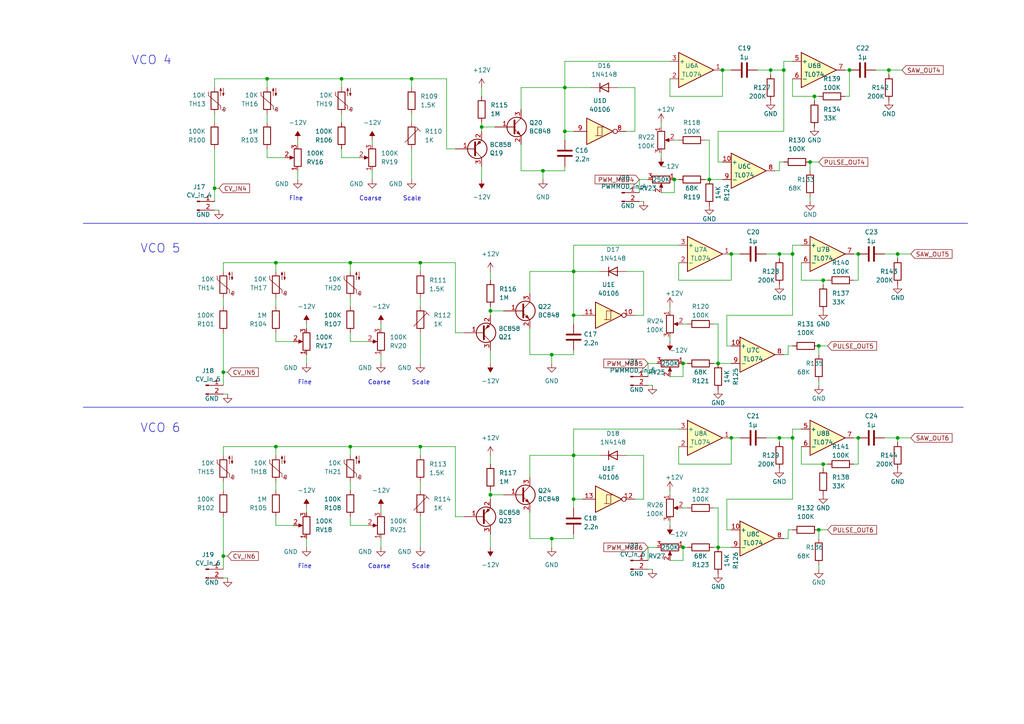
<source format=kicad_sch>
(kicad_sch (version 20231120) (generator "eeschema") (generator_version "8.0")
  (paper "A4")
  (junction (at 234.95 46.99))
  (junction (at 163.83 25.4))
  (junction (at 77.47 22.86))
  (junction (at 139.7 36.83))
  (junction (at 209.55 20.32))
  (junction (at 80.01 76.2))
  (junction (at 223.52 20.32))
  (junction (at 248.92 127))
  (junction (at 160.02 102.87))
  (junction (at 238.76 81.28))
  (junction (at 257.81 20.32))
  (junction (at 163.83 38.1))
  (junction (at 198.12 158.75))
  (junction (at 226.06 127))
  (junction (at 212.09 73.66))
  (junction (at 119.38 22.86))
  (junction (at 166.37 91.44))
  (junction (at 99.06 22.86))
  (junction (at 237.49 153.67))
  (junction (at 101.6 76.2))
  (junction (at 248.92 73.66))
  (junction (at 64.77 107.95))
  (junction (at 166.37 78.74))
  (junction (at 121.92 129.54))
  (junction (at 229.87 127))
  (junction (at 246.38 20.32))
  (junction (at 237.49 100.33))
  (junction (at 166.37 144.78))
  (junction (at 80.01 129.54))
  (junction (at 121.92 76.2))
  (junction (at 236.22 27.94))
  (junction (at 205.74 52.07))
  (junction (at 212.09 127))
  (junction (at 142.24 90.17))
  (junction (at 195.58 52.07))
  (junction (at 226.06 73.66))
  (junction (at 160.02 156.21))
  (junction (at 62.23 54.61))
  (junction (at 260.35 73.66))
  (junction (at 208.28 158.75))
  (junction (at 198.12 105.41))
  (junction (at 208.28 105.41))
  (junction (at 260.35 127))
  (junction (at 101.6 129.54))
  (junction (at 64.77 161.29))
  (junction (at 238.76 134.62))
  (junction (at 166.37 132.08))
  (junction (at 157.48 49.53))
  (junction (at 142.24 143.51))
  (junction (at 227.33 20.32))
  (junction (at 229.87 73.66))
  (wire (pts (xy 62.23 60.96) (xy 63.5 60.96)))
  (wire (pts (xy 160.02 156.21) (xy 166.37 156.21)))
  (wire (pts (xy 99.06 45.72) (xy 104.14 45.72)))
  (wire (pts (xy 99.06 35.56) (xy 99.06 33.02)))
  (wire (pts (xy 151.13 31.75) (xy 151.13 25.4)))
  (wire (pts (xy 257.81 20.32) (xy 257.81 21.59)))
  (wire (pts (xy 229.87 73.66) (xy 229.87 91.44)))
  (wire (pts (xy 101.6 96.52) (xy 101.6 99.06)))
  (wire (pts (xy 226.06 127) (xy 229.87 127)))
  (wire (pts (xy 166.37 78.74) (xy 166.37 91.44)))
  (wire (pts (xy 88.9 95.25) (xy 88.9 93.98)))
  (wire (pts (xy 80.01 76.2) (xy 80.01 78.74)))
  (wire (pts (xy 226.06 73.66) (xy 226.06 74.93)))
  (wire (pts (xy 163.83 17.78) (xy 163.83 25.4)))
  (wire (pts (xy 64.77 167.64) (xy 66.04 167.64)))
  (wire (pts (xy 107.95 41.91) (xy 107.95 40.64)))
  (wire (pts (xy 101.6 129.54) (xy 80.01 129.54)))
  (wire (pts (xy 187.96 158.75) (xy 190.5 158.75)))
  (wire (pts (xy 119.38 33.02) (xy 119.38 35.56)))
  (wire (pts (xy 139.7 38.1) (xy 139.7 36.83)))
  (wire (pts (xy 229.87 71.12) (xy 232.41 71.12)))
  (wire (pts (xy 110.49 95.25) (xy 110.49 93.98)))
  (wire (pts (xy 163.83 48.26) (xy 163.83 49.53)))
  (wire (pts (xy 64.77 161.29) (xy 64.77 149.86)))
  (wire (pts (xy 240.03 134.62) (xy 238.76 134.62)))
  (wire (pts (xy 142.24 143.51) (xy 146.05 143.51)))
  (wire (pts (xy 191.77 55.88) (xy 195.58 55.88)))
  (wire (pts (xy 80.01 76.2) (xy 64.77 76.2)))
  (wire (pts (xy 151.13 25.4) (xy 163.83 25.4)))
  (wire (pts (xy 194.31 27.94) (xy 209.55 27.94)))
  (wire (pts (xy 107.95 52.07) (xy 107.95 49.53)))
  (wire (pts (xy 222.25 73.66) (xy 226.06 73.66)))
  (wire (pts (xy 77.47 35.56) (xy 77.47 33.02)))
  (wire (pts (xy 248.92 127) (xy 248.92 134.62)))
  (wire (pts (xy 234.95 57.15) (xy 234.95 58.42)))
  (wire (pts (xy 237.49 27.94) (xy 236.22 27.94)))
  (wire (pts (xy 82.55 45.72) (xy 77.47 45.72)))
  (wire (pts (xy 110.49 158.75) (xy 110.49 156.21)))
  (wire (pts (xy 62.23 54.61) (xy 62.23 43.18)))
  (wire (pts (xy 168.91 91.44) (xy 166.37 91.44)))
  (wire (pts (xy 153.67 102.87) (xy 160.02 102.87)))
  (wire (pts (xy 119.38 43.18) (xy 119.38 52.07)))
  (wire (pts (xy 142.24 101.6) (xy 142.24 105.41)))
  (wire (pts (xy 168.91 144.78) (xy 166.37 144.78)))
  (wire (pts (xy 163.83 25.4) (xy 163.83 38.1)))
  (wire (pts (xy 129.54 43.18) (xy 129.54 22.86)))
  (wire (pts (xy 139.7 48.26) (xy 139.7 52.07)))
  (wire (pts (xy 191.77 44.45) (xy 191.77 45.72)))
  (wire (pts (xy 62.23 22.86) (xy 62.23 25.4)))
  (wire (pts (xy 208.28 158.75) (xy 212.09 158.75)))
  (wire (pts (xy 232.41 76.2) (xy 232.41 81.28)))
  (wire (pts (xy 198.12 93.98) (xy 199.39 93.98)))
  (wire (pts (xy 62.23 35.56) (xy 62.23 33.02)))
  (wire (pts (xy 88.9 158.75) (xy 88.9 156.21)))
  (wire (pts (xy 212.09 134.62) (xy 212.09 127)))
  (wire (pts (xy 80.01 142.24) (xy 80.01 139.7)))
  (wire (pts (xy 227.33 20.32) (xy 227.33 17.78)))
  (wire (pts (xy 121.92 149.86) (xy 121.92 158.75)))
  (wire (pts (xy 160.02 156.21) (xy 160.02 158.75)))
  (wire (pts (xy 163.83 38.1) (xy 163.83 40.64)))
  (wire (pts (xy 187.96 165.1) (xy 189.23 165.1)))
  (wire (pts (xy 198.12 147.32) (xy 199.39 147.32)))
  (wire (pts (xy 184.15 144.78) (xy 186.69 144.78)))
  (wire (pts (xy 101.6 99.06) (xy 106.68 99.06)))
  (wire (pts (xy 226.06 49.53) (xy 224.79 49.53)))
  (wire (pts (xy 119.38 25.4) (xy 119.38 22.86)))
  (wire (pts (xy 101.6 149.86) (xy 101.6 152.4)))
  (wire (pts (xy 110.49 148.59) (xy 110.49 147.32)))
  (wire (pts (xy 228.6 153.67) (xy 228.6 156.21)))
  (wire (pts (xy 121.92 76.2) (xy 132.08 76.2)))
  (wire (pts (xy 254 20.32) (xy 257.81 20.32)))
  (wire (pts (xy 228.6 102.87) (xy 227.33 102.87)))
  (wire (pts (xy 151.13 49.53) (xy 157.48 49.53)))
  (wire (pts (xy 64.77 88.9) (xy 64.77 86.36)))
  (wire (pts (xy 142.24 88.9) (xy 142.24 90.17)))
  (wire (pts (xy 166.37 91.44) (xy 166.37 93.98)))
  (wire (pts (xy 237.49 153.67) (xy 240.03 153.67)))
  (wire (pts (xy 142.24 142.24) (xy 142.24 143.51)))
  (wire (pts (xy 238.76 81.28) (xy 238.76 82.55)))
  (wire (pts (xy 66.04 161.29) (xy 64.77 161.29)))
  (wire (pts (xy 196.85 76.2) (xy 196.85 81.28)))
  (wire (pts (xy 228.6 100.33) (xy 228.6 102.87)))
  (wire (pts (xy 121.92 78.74) (xy 121.92 76.2)))
  (wire (pts (xy 166.37 71.12) (xy 166.37 78.74)))
  (wire (pts (xy 132.08 96.52) (xy 134.62 96.52)))
  (wire (pts (xy 207.01 105.41) (xy 208.28 105.41)))
  (wire (pts (xy 196.85 134.62) (xy 212.09 134.62)))
  (wire (pts (xy 101.6 78.74) (xy 101.6 76.2)))
  (wire (pts (xy 77.47 45.72) (xy 77.47 43.18)))
  (wire (pts (xy 139.7 36.83) (xy 143.51 36.83)))
  (wire (pts (xy 186.69 78.74) (xy 181.61 78.74)))
  (wire (pts (xy 232.41 129.54) (xy 232.41 134.62)))
  (wire (pts (xy 194.31 22.86) (xy 194.31 27.94)))
  (wire (pts (xy 256.54 127) (xy 260.35 127)))
  (wire (pts (xy 99.06 43.18) (xy 99.06 45.72)))
  (wire (pts (xy 187.96 158.75) (xy 187.96 162.56)))
  (wire (pts (xy 184.15 38.1) (xy 184.15 25.4)))
  (wire (pts (xy 257.81 20.32) (xy 261.62 20.32)))
  (wire (pts (xy 223.52 20.32) (xy 227.33 20.32)))
  (wire (pts (xy 229.87 91.44) (xy 210.82 91.44)))
  (wire (pts (xy 210.82 91.44) (xy 210.82 100.33)))
  (wire (pts (xy 240.03 81.28) (xy 238.76 81.28)))
  (wire (pts (xy 210.82 144.78) (xy 210.82 153.67)))
  (wire (pts (xy 88.9 105.41) (xy 88.9 102.87)))
  (wire (pts (xy 186.69 144.78) (xy 186.69 132.08)))
  (wire (pts (xy 129.54 43.18) (xy 132.08 43.18)))
  (wire (pts (xy 226.06 73.66) (xy 229.87 73.66)))
  (wire (pts (xy 86.36 41.91) (xy 86.36 40.64)))
  (wire (pts (xy 157.48 49.53) (xy 157.48 52.07)))
  (wire (pts (xy 208.28 38.1) (xy 208.28 46.99)))
  (wire (pts (xy 101.6 132.08) (xy 101.6 129.54)))
  (wire (pts (xy 229.87 127) (xy 229.87 144.78)))
  (wire (pts (xy 142.24 90.17) (xy 146.05 90.17)))
  (wire (pts (xy 181.61 38.1) (xy 184.15 38.1)))
  (wire (pts (xy 160.02 102.87) (xy 166.37 102.87)))
  (wire (pts (xy 101.6 142.24) (xy 101.6 139.7)))
  (wire (pts (xy 229.87 124.46) (xy 232.41 124.46)))
  (wire (pts (xy 260.35 127) (xy 260.35 128.27)))
  (wire (pts (xy 245.11 20.32) (xy 246.38 20.32)))
  (wire (pts (xy 185.42 52.07) (xy 187.96 52.07)))
  (wire (pts (xy 166.37 154.94) (xy 166.37 156.21)))
  (wire (pts (xy 64.77 142.24) (xy 64.77 139.7)))
  (wire (pts (xy 227.33 20.32) (xy 227.33 38.1)))
  (wire (pts (xy 99.06 22.86) (xy 77.47 22.86)))
  (wire (pts (xy 80.01 152.4) (xy 80.01 149.86)))
  (wire (pts (xy 236.22 27.94) (xy 236.22 29.21)))
  (wire (pts (xy 101.6 88.9) (xy 101.6 86.36)))
  (wire (pts (xy 194.31 17.78) (xy 163.83 17.78)))
  (wire (pts (xy 212.09 127) (xy 214.63 127)))
  (wire (pts (xy 153.67 85.09) (xy 153.67 78.74)))
  (wire (pts (xy 132.08 149.86) (xy 134.62 149.86)))
  (wire (pts (xy 62.23 54.61) (xy 62.23 58.42)))
  (wire (pts (xy 142.24 144.78) (xy 142.24 143.51)))
  (wire (pts (xy 247.65 127) (xy 248.92 127)))
  (wire (pts (xy 187.96 105.41) (xy 190.5 105.41)))
  (wire (pts (xy 64.77 114.3) (xy 66.04 114.3)))
  (wire (pts (xy 186.69 91.44) (xy 186.69 78.74)))
  (wire (pts (xy 142.24 132.08) (xy 142.24 134.62)))
  (wire (pts (xy 194.31 142.24) (xy 194.31 143.51)))
  (wire (pts (xy 119.38 22.86) (xy 129.54 22.86)))
  (wire (pts (xy 121.92 86.36) (xy 121.92 88.9)))
  (wire (pts (xy 139.7 35.56) (xy 139.7 36.83)))
  (wire (pts (xy 157.48 49.53) (xy 163.83 49.53)))
  (wire (pts (xy 222.25 127) (xy 226.06 127)))
  (wire (pts (xy 212.09 73.66) (xy 214.63 73.66)))
  (wire (pts (xy 110.49 105.41) (xy 110.49 102.87)))
  (wire (pts (xy 194.31 162.56) (xy 198.12 162.56)))
  (wire (pts (xy 228.6 156.21) (xy 227.33 156.21)))
  (wire (pts (xy 229.87 127) (xy 229.87 124.46)))
  (wire (pts (xy 260.35 73.66) (xy 260.35 74.93)))
  (wire (pts (xy 208.28 158.75) (xy 208.28 147.32)))
  (wire (pts (xy 246.38 20.32) (xy 246.38 27.94)))
  (wire (pts (xy 185.42 52.07) (xy 185.42 55.88)))
  (wire (pts (xy 208.28 105.41) (xy 212.09 105.41)))
  (wire (pts (xy 153.67 138.43) (xy 153.67 132.08)))
  (wire (pts (xy 196.85 71.12) (xy 166.37 71.12)))
  (wire (pts (xy 80.01 88.9) (xy 80.01 86.36)))
  (wire (pts (xy 226.06 127) (xy 226.06 128.27)))
  (wire (pts (xy 229.87 144.78) (xy 210.82 144.78)))
  (wire (pts (xy 237.49 153.67) (xy 237.49 156.21)))
  (wire (pts (xy 63.5 54.61) (xy 62.23 54.61)))
  (wire (pts (xy 121.92 129.54) (xy 132.08 129.54)))
  (wire (pts (xy 160.02 102.87) (xy 160.02 105.41)))
  (wire (pts (xy 229.87 73.66) (xy 229.87 71.12)))
  (wire (pts (xy 64.77 107.95) (xy 64.77 96.52)))
  (wire (pts (xy 205.74 40.64) (xy 204.47 40.64)))
  (wire (pts (xy 151.13 49.53) (xy 151.13 41.91)))
  (wire (pts (xy 166.37 132.08) (xy 173.99 132.08)))
  (wire (pts (xy 121.92 139.7) (xy 121.92 142.24)))
  (wire (pts (xy 142.24 78.74) (xy 142.24 81.28)))
  (wire (pts (xy 80.01 99.06) (xy 80.01 96.52)))
  (wire (pts (xy 247.65 81.28) (xy 248.92 81.28)))
  (wire (pts (xy 234.95 46.99) (xy 237.49 46.99)))
  (wire (pts (xy 187.96 111.76) (xy 189.23 111.76)))
  (wire (pts (xy 153.67 156.21) (xy 160.02 156.21)))
  (wire (pts (xy 260.35 73.66) (xy 264.16 73.66)))
  (wire (pts (xy 64.77 76.2) (xy 64.77 78.74)))
  (wire (pts (xy 153.67 156.21) (xy 153.67 148.59)))
  (wire (pts (xy 185.42 58.42) (xy 186.69 58.42)))
  (wire (pts (xy 86.36 52.07) (xy 86.36 49.53)))
  (wire (pts (xy 195.58 52.07) (xy 196.85 52.07)))
  (wire (pts (xy 121.92 76.2) (xy 101.6 76.2)))
  (wire (pts (xy 219.71 20.32) (xy 223.52 20.32)))
  (wire (pts (xy 194.31 109.22) (xy 198.12 109.22)))
  (wire (pts (xy 77.47 22.86) (xy 62.23 22.86)))
  (polyline (pts (xy 24.13 118.11) (xy 279.4 118.11)))
  (wire (pts (xy 209.55 20.32) (xy 212.09 20.32)))
  (wire (pts (xy 208.28 105.41) (xy 208.28 93.98)))
  (wire (pts (xy 121.92 96.52) (xy 121.92 105.41)))
  (wire (pts (xy 204.47 52.07) (xy 205.74 52.07)))
  (wire (pts (xy 237.49 110.49) (xy 237.49 111.76)))
  (wire (pts (xy 227.33 38.1) (xy 208.28 38.1)))
  (wire (pts (xy 238.76 134.62) (xy 238.76 135.89)))
  (wire (pts (xy 77.47 22.86) (xy 77.47 25.4)))
  (wire (pts (xy 208.28 93.98) (xy 207.01 93.98)))
  (wire (pts (xy 196.85 129.54) (xy 196.85 134.62)))
  (polyline (pts (xy 24.13 64.77) (xy 280.67 64.77)))
  (wire (pts (xy 223.52 20.32) (xy 223.52 21.59)))
  (wire (pts (xy 132.08 96.52) (xy 132.08 76.2)))
  (wire (pts (xy 66.04 107.95) (xy 64.77 107.95)))
  (wire (pts (xy 191.77 35.56) (xy 191.77 36.83)))
  (wire (pts (xy 80.01 129.54) (xy 64.77 129.54)))
  (wire (pts (xy 256.54 73.66) (xy 260.35 73.66)))
  (wire (pts (xy 184.15 25.4) (xy 179.07 25.4)))
  (wire (pts (xy 166.37 78.74) (xy 173.99 78.74)))
  (wire (pts (xy 228.6 153.67) (xy 229.87 153.67)))
  (wire (pts (xy 85.09 152.4) (xy 80.01 152.4)))
  (wire (pts (xy 198.12 109.22) (xy 198.12 105.41)))
  (wire (pts (xy 195.58 55.88) (xy 195.58 52.07)))
  (wire (pts (xy 101.6 152.4) (xy 106.68 152.4)))
  (wire (pts (xy 195.58 40.64) (xy 196.85 40.64)))
  (wire (pts (xy 166.37 101.6) (xy 166.37 102.87)))
  (wire (pts (xy 153.67 102.87) (xy 153.67 95.25)))
  (wire (pts (xy 153.67 132.08) (xy 166.37 132.08)))
  (wire (pts (xy 64.77 107.95) (xy 64.77 111.76)))
  (wire (pts (xy 119.38 22.86) (xy 99.06 22.86)))
  (wire (pts (xy 121.92 132.08) (xy 121.92 129.54)))
  (wire (pts (xy 237.49 100.33) (xy 240.03 100.33)))
  (wire (pts (xy 247.65 73.66) (xy 248.92 73.66)))
  (wire (pts (xy 85.09 99.06) (xy 80.01 99.06)))
  (wire (pts (xy 207.01 158.75) (xy 208.28 158.75)))
  (wire (pts (xy 64.77 129.54) (xy 64.77 132.08)))
  (wire (pts (xy 142.24 154.94) (xy 142.24 158.75)))
  (wire (pts (xy 226.06 46.99) (xy 226.06 49.53)))
  (wire (pts (xy 226.06 46.99) (xy 227.33 46.99)))
  (wire (pts (xy 166.37 38.1) (xy 163.83 38.1)))
  (wire (pts (xy 245.11 27.94) (xy 246.38 27.94)))
  (wire (pts (xy 163.83 25.4) (xy 171.45 25.4)))
  (wire (pts (xy 237.49 163.83) (xy 237.49 165.1)))
  (wire (pts (xy 196.85 124.46) (xy 166.37 124.46)))
  (wire (pts (xy 238.76 81.28) (xy 232.41 81.28)))
  (wire (pts (xy 248.92 73.66) (xy 248.92 81.28)))
  (wire (pts (xy 194.31 97.79) (xy 194.31 99.06)))
  (wire (pts (xy 247.65 134.62) (xy 248.92 134.62)))
  (wire (pts (xy 99.06 25.4) (xy 99.06 22.86)))
  (wire (pts (xy 139.7 25.4) (xy 139.7 27.94)))
  (wire (pts (xy 198.12 105.41) (xy 199.39 105.41)))
  (wire (pts (xy 237.49 100.33) (xy 237.49 102.87)))
  (wire (pts (xy 208.28 147.32) (xy 207.01 147.32)))
  (wire (pts (xy 236.22 27.94) (xy 229.87 27.94)))
  (wire (pts (xy 142.24 91.44) (xy 142.24 90.17)))
  (wire (pts (xy 238.76 134.62) (xy 232.41 134.62)))
  (wire (pts (xy 184.15 91.44) (xy 186.69 91.44)))
  (wire (pts (xy 88.9 148.59) (xy 88.9 147.32)))
  (wire (pts (xy 228.6 100.33) (xy 229.87 100.33)))
  (wire (pts (xy 208.28 46.99) (xy 209.55 46.99)))
  (wire (pts (xy 153.67 78.74) (xy 166.37 78.74)))
  (wire (pts (xy 121.92 129.54) (xy 101.6 129.54)))
  (wire (pts (xy 209.55 27.94) (xy 209.55 20.32)))
  (wire (pts (xy 187.96 105.41) (xy 187.96 109.22)))
  (wire (pts (xy 80.01 129.54) (xy 80.01 132.08)))
  (wire (pts (xy 260.35 127) (xy 264.16 127)))
  (wire (pts (xy 198.12 158.75) (xy 199.39 158.75)))
  (wire (pts (xy 227.33 17.78) (xy 229.87 17.78)))
  (wire (pts (xy 166.37 132.08) (xy 166.37 144.78)))
  (wire (pts (xy 229.87 22.86) (xy 229.87 27.94)))
  (wire (pts (xy 186.69 132.08) (xy 181.61 132.08)))
  (wire (pts (xy 196.85 81.28) (xy 212.09 81.28)))
  (wire (pts (xy 166.37 124.46) (xy 166.37 132.08)))
  (wire (pts (xy 101.6 76.2) (xy 80.01 76.2)))
  (wire (pts (xy 166.37 144.78) (xy 166.37 147.32)))
  (wire (pts (xy 194.31 151.13) (xy 194.31 152.4)))
  (wire (pts (xy 194.31 88.9) (xy 194.31 90.17)))
  (wire (pts (xy 212.09 81.28) (xy 212.09 73.66)))
  (wire (pts (xy 64.77 161.29) (xy 64.77 165.1)))
  (wire (pts (xy 234.95 46.99) (xy 234.95 49.53)))
  (wire (pts (xy 205.74 52.07) (xy 209.55 52.07)))
  (wire (pts (xy 210.82 153.67) (xy 212.09 153.67)))
  (wire (pts (xy 210.82 100.33) (xy 212.09 100.33)))
  (wire (pts (xy 205.74 52.07) (xy 205.74 40.64)))
  (wire (pts (xy 198.12 162.56) (xy 198.12 158.75)))
  (wire (pts (xy 132.08 149.86) (xy 132.08 129.54)))
  (text "Fine\n" (at 86.36 111.76 0) (effects (font (size 1.27 1.27)) (justify left bottom)))
  (text "Scale" (at 116.84 58.42 0) (effects (font (size 1.27 1.27)) (justify left bottom)))
  (text "VCO 6\n" (at 40.64 125.73 0) (effects (font (size 2.5 2.5)) (justify left bottom)))
  (text "Fine\n" (at 83.82 58.42 0) (effects (font (size 1.27 1.27)) (justify left bottom)))
  (text "Scale" (at 119.38 165.1 0) (effects (font (size 1.27 1.27)) (justify left bottom)))
  (text "Coarse" (at 106.68 165.1 0) (effects (font (size 1.27 1.27)) (justify left bottom)))
  (text "Coarse" (at 104.14 58.42 0) (effects (font (size 1.27 1.27)) (justify left bottom)))
  (text "Fine\n" (at 86.36 165.1 0) (effects (font (size 1.27 1.27)) (justify left bottom)))
  (text "VCO 4\n" (at 38.1 19.05 0) (effects (font (size 2.5 2.5)) (justify left bottom)))
  (text "VCO 5\n" (at 40.64 73.66 0) (effects (font (size 2.5 2.5)) (justify left bottom)))
  (text "Scale" (at 119.38 111.76 0) (effects (font (size 1.27 1.27)) (justify left bottom)))
  (text "Coarse" (at 106.68 111.76 0) (effects (font (size 1.27 1.27)) (justify left bottom)))
  (global_label "SAW_OUT5" (shape input) (at 264.16 73.66 0) (property "Intersheetrefs" "${INTERSHEET_REFS}" (effects (hide yes))))
  (global_label "CV_IN6" (shape input) (at 66.04 161.29 0) (property "Intersheetrefs" "${INTERSHEET_REFS}" (effects (hide yes))))
  (global_label "PWM_MOD4" (shape input) (at 185.42 52.07 180) (property "Intersheetrefs" "${INTERSHEET_REFS}" (effects (hide yes))))
  (global_label "CV_IN5" (shape input) (at 66.04 107.95 0) (property "Intersheetrefs" "${INTERSHEET_REFS}" (effects (hide yes))))
  (global_label "SAW_OUT4" (shape input) (at 261.62 20.32 0) (property "Intersheetrefs" "${INTERSHEET_REFS}" (effects (hide yes))))
  (global_label "PWM_MOD5" (shape input) (at 187.96 105.41 180) (property "Intersheetrefs" "${INTERSHEET_REFS}" (effects (hide yes))))
  (global_label "PULSE_OUT6" (shape input) (at 240.03 153.67 0) (property "Intersheetrefs" "${INTERSHEET_REFS}" (effects (hide yes))))
  (global_label "CV_IN4" (shape input) (at 63.5 54.61 0) (property "Intersheetrefs" "${INTERSHEET_REFS}" (effects (hide yes))))
  (global_label "SAW_OUT6" (shape input) (at 264.16 127 0) (property "Intersheetrefs" "${INTERSHEET_REFS}" (effects (hide yes))))
  (global_label "PULSE_OUT5" (shape input) (at 240.03 100.33 0) (property "Intersheetrefs" "${INTERSHEET_REFS}" (effects (hide yes))))
  (global_label "PULSE_OUT4" (shape input) (at 237.49 46.99 0) (property "Intersheetrefs" "${INTERSHEET_REFS}" (effects (hide yes))))
  (global_label "PWM_MOD6" (shape input) (at 187.96 158.75 180) (property "Intersheetrefs" "${INTERSHEET_REFS}" (effects (hide yes))))
  (symbol (lib_id "power:GND") (at 208.28 113.03 0) (unit 1)
    (property "Reference" "#PWR0192" (effects (hide yes)))
    (property "Value" "GND" (at 208.28 116.84 0))
  )
  (symbol (lib_id "power:GND") (at 236.22 36.83 0) (unit 1)
    (property "Reference" "#PWR0179" (effects (hide yes)))
    (property "Value" "GND" (at 236.22 40.64 0))
  )
  (symbol (lib_id "power:+12V") (at 194.31 88.9 0) (unit 1)
    (property "Reference" "#PWR0190" (effects (hide yes)))
    (property "Value" "+12V" (at 195.58 85.09 0))
  )
  (symbol (lib_id "Transistor_BJT:BC858") (at 139.7 149.86 0) (mirror x) (unit 1)
    (property "Reference" "Q23" (at 144.5514 151.0722 0) (effects (justify left)))
    (property "Value" "BC858" (at 144.5514 148.6479 0) (effects (justify left)))
    (property "Footprint" "Package_TO_SOT_SMD:SOT-23" (effects (hide yes)))
    (property "Datasheet" "https://www.onsemi.com/pub/Collateral/BC860-D.pdf" (effects (hide yes)))
    (property "Description" "0.1A Ic, 30V Vce, PNP Transistor, SOT-23" (effects (hide yes)))
  )
  (symbol (lib_id "power:GND") (at 237.49 165.1 0) (unit 1)
    (property "Reference" "#PWR0194" (effects (hide yes)))
    (property "Value" "GND" (at 237.49 168.91 0))
  )
  (symbol (lib_id "Amplifier_Operational:TL074") (at 237.49 20.32 0) (unit 2)
    (property "Reference" "U6" (at 236.22 19.05 0))
    (property "Value" "TL074" (at 236.22 21.59 0))
    (property "Footprint" "Package_DIP:DIP-14_W7.62mm_Socket" (effects (hide yes)))
    (property "Datasheet" "http://www.ti.com/lit/ds/symlink/tl071.pdf" (effects (hide yes)))
  )
  (symbol (lib_id "Device:R_Potentiometer") (at 191.77 40.64 0) (unit 1)
    (property "Reference" "RV22" (at 189.992 39.8053 0) (effects (justify right)))
    (property "Value" "100K" (at 189.992 42.3422 0) (effects (justify right)))
    (property "Footprint" "Connector_PinHeader_2.54mm:PinHeader_1x03_P2.54mm_Vertical" (effects (hide yes)))
  )
  (symbol (lib_id "Amplifier_Operational:TL074") (at 217.17 49.53 0) (unit 3)
    (property "Reference" "U6" (at 215.9 48.2631 0))
    (property "Value" "TL074" (at 215.9 50.8 0))
    (property "Footprint" "Package_DIP:DIP-14_W7.62mm_Socket" (effects (hide yes)))
    (property "Datasheet" "http://www.ti.com/lit/ds/symlink/tl071.pdf" (effects (hide yes)))
  )
  (symbol (lib_id "Device:C") (at 215.9 20.32 270) (unit 1)
    (property "Reference" "C19" (at 215.9 13.97 90))
    (property "Value" "1µ" (at 215.9 16.51 90))
    (property "Footprint" "Capacitor_SMD:C_0402_1005Metric_Pad0.74x0.62mm_HandSolder" (effects (hide yes)))
  )
  (symbol (lib_id "Amplifier_Operational:TL074") (at 204.47 73.66 0) (unit 1)
    (property "Reference" "U7" (at 203.2 72.39 0))
    (property "Value" "TL074" (at 203.2 74.93 0))
    (property "Footprint" "Package_DIP:DIP-14_W7.62mm_Socket" (effects (hide yes)))
    (property "Datasheet" "http://www.ti.com/lit/ds/symlink/tl071.pdf" (effects (hide yes)))
  )
  (symbol (lib_id "Device:C") (at 252.73 73.66 270) (unit 1)
    (property "Reference" "C23" (at 252.73 67.31 90))
    (property "Value" "1µ" (at 252.73 69.85 90))
    (property "Footprint" "Capacitor_SMD:C_0402_1005Metric_Pad0.74x0.62mm_HandSolder" (effects (hide yes)))
  )
  (symbol (lib_id "power:GND") (at 110.49 158.75 0) (unit 1)
    (property "Reference" "#PWR0161" (effects (hide yes)))
    (property "Value" "GND" (at 107.95 160.0201 0) (effects (justify right)))
  )
  (symbol (lib_id "Device:R") (at 101.6 92.71 180) (unit 1)
    (property "Reference" "R107" (at 99.06 93.9801 0) (effects (justify left)))
    (property "Value" "100K" (at 99.06 91.4401 0) (effects (justify left)))
    (property "Footprint" "Resistor_SMD:R_0603_1608Metric_Pad0.98x0.95mm_HandSolder" (effects (hide yes)))
  )
  (symbol (lib_id "Device:R_Trim") (at 121.92 92.71 0) (unit 1)
    (property "Reference" "R112" (at 125.73 91.4399 0) (effects (justify left)))
    (property "Value" "1K" (at 125.73 93.9799 0) (effects (justify left)))
    (property "Footprint" "Potentiometer_THT:Potentiometer_Bourns_3296W_Vertical" (effects (hide yes)))
  )
  (symbol (lib_id "power:GND") (at 121.92 158.75 0) (unit 1)
    (property "Reference" "#PWR0160" (effects (hide yes)))
    (property "Value" "GND" (at 119.38 160.0201 0) (effects (justify right)))
  )
  (symbol (lib_id "Amplifier_Operational:TL074") (at 204.47 127 0) (unit 1)
    (property "Reference" "U8" (at 203.2 125.73 0))
    (property "Value" "TL074" (at 203.2 128.27 0))
    (property "Footprint" "Package_DIP:DIP-14_W7.62mm_Socket" (effects (hide yes)))
    (property "Datasheet" "http://www.ti.com/lit/ds/symlink/tl071.pdf" (effects (hide yes)))
  )
  (symbol (lib_id "Device:R_Potentiometer") (at 88.9 152.4 180) (unit 1)
    (property "Reference" "RV18" (at 91.44 153.6701 0) (effects (justify right)))
    (property "Value" "100K" (at 91.44 151.1301 0) (effects (justify right)))
    (property "Footprint" "Connector_PinHeader_2.54mm:PinHeader_1x03_P2.54mm_Vertical" (effects (hide yes)))
  )
  (symbol (lib_id "power:+12V") (at 139.7 25.4 0) (unit 1)
    (property "Reference" "#PWR0169" (effects (hide yes)))
    (property "Value" "+12V" (at 139.7 20.32 0))
  )
  (symbol (lib_id "Device:R") (at 236.22 33.02 180) (unit 1)
    (property "Reference" "R134" (at 238.76 31.7499 0) (effects (justify right)))
    (property "Value" "33K" (at 238.76 34.2899 0) (effects (justify right)))
    (property "Footprint" "Resistor_SMD:R_0603_1608Metric_Pad0.98x0.95mm_HandSolder" (effects (hide yes)))
  )
  (symbol (lib_id "Device:R") (at 119.38 29.21 0) (unit 1)
    (property "Reference" "R109" (at 121.92 27.9399 0) (effects (justify left)))
    (property "Value" "1.5K" (at 121.92 30.4799 0) (effects (justify left)))
    (property "Footprint" "Resistor_SMD:R_0603_1608Metric_Pad0.98x0.95mm_HandSolder" (effects (hide yes)))
  )
  (symbol (lib_id "Device:R") (at 260.35 78.74 180) (unit 1)
    (property "Reference" "R143" (at 255.27 78.74 0) (effects (justify right)))
    (property "Value" "200K" (at 254 81.28 0) (effects (justify right)))
    (property "Footprint" "Resistor_SMD:R_0603_1608Metric_Pad0.98x0.95mm_HandSolder" (effects (hide yes)))
  )
  (symbol (lib_id "Device:R") (at 80.01 146.05 180) (unit 1)
    (property "Reference" "R105" (at 77.47 147.3201 0) (effects (justify left)))
    (property "Value" "1M" (at 77.47 144.7801 0) (effects (justify left)))
    (property "Footprint" "Resistor_SMD:R_0603_1608Metric_Pad0.98x0.95mm_HandSolder" (effects (hide yes)))
  )
  (symbol (lib_id "power:-12V") (at 142.24 158.75 180) (unit 1)
    (property "Reference" "#PWR0196" (effects (hide yes)))
    (property "Value" "-12V" (at 142.24 163.83 0))
  )
  (symbol (lib_id "power:-12V") (at 107.95 40.64 0) (unit 1)
    (property "Reference" "#PWR0165" (effects (hide yes)))
    (property "Value" "-12V" (at 107.95 35.56 0))
  )
  (symbol (lib_id "Device:R") (at 77.47 39.37 180) (unit 1)
    (property "Reference" "R103" (at 74.93 40.6401 0) (effects (justify left)))
    (property "Value" "1M" (at 74.93 38.1001 0) (effects (justify left)))
    (property "Footprint" "Resistor_SMD:R_0603_1608Metric_Pad0.98x0.95mm_HandSolder" (effects (hide yes)))
  )
  (symbol (lib_id "Device:R") (at 139.7 31.75 0) (unit 1)
    (property "Reference" "R115" (at 142.24 30.4799 0) (effects (justify left)))
    (property "Value" "1M" (at 142.24 33.0199 0) (effects (justify left)))
    (property "Footprint" "Resistor_SMD:R_0603_1608Metric_Pad0.98x0.95mm_HandSolder" (effects (hide yes)))
  )
  (symbol (lib_id "Device:R") (at 142.24 85.09 0) (unit 1)
    (property "Reference" "R116" (at 144.78 83.8199 0) (effects (justify left)))
    (property "Value" "1M" (at 144.78 86.3599 0) (effects (justify left)))
    (property "Footprint" "Resistor_SMD:R_0603_1608Metric_Pad0.98x0.95mm_HandSolder" (effects (hide yes)))
  )
  (symbol (lib_id "Transistor_BJT:BC858") (at 139.7 96.52 0) (mirror x) (unit 1)
    (property "Reference" "Q21" (at 144.5514 97.7322 0) (effects (justify left)))
    (property "Value" "BC858" (at 144.5514 95.3079 0) (effects (justify left)))
    (property "Footprint" "Package_TO_SOT_SMD:SOT-23" (effects (hide yes)))
    (property "Datasheet" "https://www.onsemi.com/pub/Collateral/BC860-D.pdf" (effects (hide yes)))
    (property "Description" "0.1A Ic, 30V Vce, PNP Transistor, SOT-23" (effects (hide yes)))
  )
  (symbol (lib_id "power:-12V") (at 194.31 99.06 180) (unit 1)
    (property "Reference" "#PWR0185" (effects (hide yes)))
    (property "Value" "-12V" (at 196.85 101.6 0))
  )
  (symbol (lib_id "Device:Thermistor_NTC") (at 99.06 29.21 180) (unit 1)
    (property "Reference" "TH19" (at 96.52 30.1626 0) (effects (justify left)))
    (property "Value" "10K" (at 96.52 27.6226 0) (effects (justify left)))
    (property "Footprint" "Resistor_SMD:R_0603_1608Metric_Pad0.98x0.95mm_HandSolder" (effects (hide yes)))
  )
  (symbol (lib_id "Device:R") (at 64.77 92.71 180) (unit 1)
    (property "Reference" "R101" (at 62.23 93.9801 0) (effects (justify left)))
    (property "Value" "100K" (at 62.23 91.4401 0) (effects (justify left)))
    (property "Footprint" "Resistor_SMD:R_0603_1608Metric_Pad0.98x0.95mm_HandSolder" (effects (hide yes)))
  )
  (symbol (lib_id "Device:R") (at 101.6 146.05 180) (unit 1)
    (property "Reference" "R108" (at 99.06 147.3201 0) (effects (justify left)))
    (property "Value" "100K" (at 99.06 144.7801 0) (effects (justify left)))
    (property "Footprint" "Resistor_SMD:R_0603_1608Metric_Pad0.98x0.95mm_HandSolder" (effects (hide yes)))
  )
  (symbol (lib_id "Device:R_Trim") (at 121.92 146.05 0) (unit 1)
    (property "Reference" "R114" (at 125.73 144.7799 0) (effects (justify left)))
    (property "Value" "1K" (at 125.73 147.3199 0) (effects (justify left)))
    (property "Footprint" "Potentiometer_THT:Potentiometer_Bourns_3296W_Vertical" (effects (hide yes)))
  )
  (symbol (lib_id "power:GND") (at 66.04 167.64 0) (unit 1)
    (property "Reference" "#PWR033" (effects (hide yes)))
    (property "Value" "GND" (at 63.5 168.9101 0) (effects (justify right)))
  )
  (symbol (lib_id "power:GND") (at 205.74 59.69 0) (unit 1)
    (property "Reference" "#PWR0183" (effects (hide yes)))
    (property "Value" "GND" (at 205.74 63.5 0))
  )
  (symbol (lib_id "Device:R") (at 142.24 138.43 0) (unit 1)
    (property "Reference" "R117" (at 144.78 137.1599 0) (effects (justify left)))
    (property "Value" "1M" (at 144.78 139.6999 0) (effects (justify left)))
    (property "Footprint" "Resistor_SMD:R_0603_1608Metric_Pad0.98x0.95mm_HandSolder" (effects (hide yes)))
  )
  (symbol (lib_id "Device:R") (at 208.28 109.22 180) (unit 1)
    (property "Reference" "R125" (at 213.36 109.22 90))
    (property "Value" "14K" (at 210.82 109.22 90))
    (property "Footprint" "Resistor_SMD:R_0603_1608Metric_Pad0.98x0.95mm_HandSolder" (effects (hide yes)))
  )
  (symbol (lib_id "power:+12V") (at 191.77 35.56 0) (unit 1)
    (property "Reference" "#PWR0187" (effects (hide yes)))
    (property "Value" "+12V" (at 193.04 31.75 0))
  )
  (symbol (lib_id "power:GND") (at 110.49 105.41 0) (unit 1)
    (property "Reference" "#PWR0172" (effects (hide yes)))
    (property "Value" "GND" (at 107.95 106.6801 0) (effects (justify right)))
  )
  (symbol (lib_id "Device:R_Potentiometer") (at 191.77 52.07 270) (unit 1)
    (property "Reference" "RV23" (at 187.96 54.61 90))
    (property "Value" "250K" (at 191.77 52.07 90))
    (property "Footprint" "Connector_PinHeader_2.54mm:PinHeader_1x03_P2.54mm_Vertical" (effects (hide yes)))
  )
  (symbol (lib_id "Device:R_Trim") (at 119.38 39.37 0) (unit 1)
    (property "Reference" "R110" (at 123.19 38.0999 0) (effects (justify left)))
    (property "Value" "1K" (at 123.19 40.6399 0) (effects (justify left)))
    (property "Footprint" "Potentiometer_THT:Potentiometer_Bourns_3296W_Vertical" (effects (hide yes)))
  )
  (symbol (lib_id "Amplifier_Operational:TL074") (at 219.71 156.21 0) (unit 3)
    (property "Reference" "U8" (at 218.44 154.9431 0))
    (property "Value" "TL074" (at 218.44 157.48 0))
    (property "Footprint" "Package_DIP:DIP-14_W7.62mm_Socket" (effects (hide yes)))
    (property "Datasheet" "http://www.ti.com/lit/ds/symlink/tl071.pdf" (effects (hide yes)))
  )
  (symbol (lib_id "Device:C") (at 252.73 127 270) (unit 1)
    (property "Reference" "C24" (at 252.73 120.65 90))
    (property "Value" "1µ" (at 252.73 123.19 90))
    (property "Footprint" "Capacitor_SMD:C_0402_1005Metric_Pad0.74x0.62mm_HandSolder" (effects (hide yes)))
  )
  (symbol (lib_id "Device:R") (at 234.95 53.34 0) (unit 1)
    (property "Reference" "R133" (at 231.14 52.07 0) (effects (justify left)))
    (property "Value" "68K" (at 228.6 54.61 0) (effects (justify left)))
    (property "Footprint" "Resistor_SMD:R_0603_1608Metric_Pad0.98x0.95mm_HandSolder" (effects (hide yes)))
  )
  (symbol (lib_id "Device:R_Potentiometer") (at 110.49 99.06 180) (unit 1)
    (property "Reference" "RV20" (at 113.03 100.3301 0) (effects (justify right)))
    (property "Value" "100K" (at 113.03 97.7901 0) (effects (justify right)))
    (property "Footprint" "Connector_PinHeader_2.54mm:PinHeader_1x03_P2.54mm_Vertical" (effects (hide yes)))
  )
  (symbol (lib_id "Diode:1N4148") (at 175.26 25.4 0) (unit 1)
    (property "Reference" "D16" (at 175.26 19.05 0))
    (property "Value" "1N4148" (at 175.26 21.59 0))
    (property "Footprint" "Diode_SMD:D_SOD-123" (effects (hide yes)))
    (property "Datasheet" "https://assets.nexperia.com/documents/data-sheet/1N4148_1N4448.pdf" (effects (hide yes)))
  )
  (symbol (lib_id "Device:R") (at 226.06 78.74 180) (unit 1)
    (property "Reference" "R128" (at 220.98 78.74 0) (effects (justify right)))
    (property "Value" "200K" (at 219.71 81.28 0) (effects (justify right)))
    (property "Footprint" "Resistor_SMD:R_0603_1608Metric_Pad0.98x0.95mm_HandSolder" (effects (hide yes)))
  )
  (symbol (lib_id "Amplifier_Operational:TL074") (at 240.03 127 0) (unit 2)
    (property "Reference" "U8" (at 238.76 125.73 0))
    (property "Value" "TL074" (at 238.76 128.27 0))
    (property "Footprint" "Package_DIP:DIP-14_W7.62mm_Socket" (effects (hide yes)))
    (property "Datasheet" "http://www.ti.com/lit/ds/symlink/tl071.pdf" (effects (hide yes)))
  )
  (symbol (lib_id "Transistor_BJT:BC848") (at 148.59 36.83 0) (unit 1)
    (property "Reference" "Q20" (at 153.4414 35.6178 0) (effects (justify left)))
    (property "Value" "BC848" (at 153.4414 38.0421 0) (effects (justify left)))
    (property "Footprint" "Package_TO_SOT_SMD:SOT-23" (effects (hide yes)))
    (property "Datasheet" "http://www.infineon.com/dgdl/Infineon-BC847SERIES_BC848SERIES_BC849SERIES_BC850SERIES-DS-v01_01-en.pdf?fileId=db3a304314dca389011541d4630a1657" (effects (hide yes)))
    (property "Description" "0.1A Ic, 30V Vce, NPN Transistor, SOT-23" (effects (hide yes)))
  )
  (symbol (lib_id "Device:R") (at 257.81 25.4 180) (unit 1)
    (property "Reference" "R142" (at 252.73 25.4 0) (effects (justify right)))
    (property "Value" "200K" (at 251.46 27.94 0) (effects (justify right)))
    (property "Footprint" "Resistor_SMD:R_0603_1608Metric_Pad0.98x0.95mm_HandSolder" (effects (hide yes)))
  )
  (symbol (lib_id "Device:R") (at 99.06 39.37 180) (unit 1)
    (property "Reference" "R106" (at 96.52 40.6401 0) (effects (justify left)))
    (property "Value" "100K" (at 96.52 38.1001 0) (effects (justify left)))
    (property "Footprint" "Resistor_SMD:R_0603_1608Metric_Pad0.98x0.95mm_HandSolder" (effects (hide yes)))
  )
  (symbol (lib_id "Device:Thermistor_NTC") (at 62.23 29.21 180) (unit 1)
    (property "Reference" "TH13" (at 59.69 30.1626 0) (effects (justify left)))
    (property "Value" "10K" (at 59.69 27.6226 0) (effects (justify left)))
    (property "Footprint" "Resistor_SMD:R_0603_1608Metric_Pad0.98x0.95mm_HandSolder" (effects (hide yes)))
  )
  (symbol (lib_id "power:GND") (at 260.35 135.89 0) (unit 1)
    (property "Reference" "#PWR0201" (effects (hide yes)))
    (property "Value" "GND" (at 260.35 139.7 0))
  )
  (symbol (lib_id "power:+12V") (at 194.31 142.24 0) (unit 1)
    (property "Reference" "#PWR0198" (effects (hide yes)))
    (property "Value" "+12V" (at 195.58 138.43 0))
  )
  (symbol (lib_id "Device:R") (at 203.2 158.75 270) (unit 1)
    (property "Reference" "R123" (at 203.2 163.83 90))
    (property "Value" "68K" (at 203.2 161.29 90))
    (property "Footprint" "Resistor_SMD:R_0603_1608Metric_Pad0.98x0.95mm_HandSolder" (effects (hide yes)))
  )
  (symbol (lib_id "Device:R") (at 237.49 106.68 0) (unit 1)
    (property "Reference" "R135" (at 233.68 105.41 0) (effects (justify left)))
    (property "Value" "68K" (at 231.14 107.95 0) (effects (justify left)))
    (property "Footprint" "Resistor_SMD:R_0603_1608Metric_Pad0.98x0.95mm_HandSolder" (effects (hide yes)))
  )
  (symbol (lib_id "Device:R_Potentiometer") (at 194.31 158.75 270) (unit 1)
    (property "Reference" "RV27" (at 190.5 161.29 90))
    (property "Value" "250K" (at 194.31 158.75 90))
    (property "Footprint" "Connector_PinHeader_2.54mm:PinHeader_1x03_P2.54mm_Vertical" (effects (hide yes)))
  )
  (symbol (lib_id "power:GND") (at 160.02 105.41 0) (unit 1)
    (property "Reference" "#PWR0189" (effects (hide yes)))
    (property "Value" "GND" (at 160.02 110.49 0))
  )
  (symbol (lib_id "power:GND") (at 257.81 29.21 0) (unit 1)
    (property "Reference" "#PWR0180" (effects (hide yes)))
    (property "Value" "GND" (at 257.81 33.02 0))
  )
  (symbol (lib_id "Device:Thermistor_NTC") (at 80.01 135.89 180) (unit 1)
    (property "Reference" "TH18" (at 77.47 136.8426 0) (effects (justify left)))
    (property "Value" "10K" (at 77.47 134.3026 0) (effects (justify left)))
    (property "Footprint" "Resistor_SMD:R_0603_1608Metric_Pad0.98x0.95mm_HandSolder" (effects (hide yes)))
  )
  (symbol (lib_id "Amplifier_Operational:TL074") (at 240.03 73.66 0) (unit 2)
    (property "Reference" "U7" (at 238.76 72.39 0))
    (property "Value" "TL074" (at 238.76 74.93 0))
    (property "Footprint" "Package_DIP:DIP-14_W7.62mm_Socket" (effects (hide yes)))
    (property "Datasheet" "http://www.ti.com/lit/ds/symlink/tl071.pdf" (effects (hide yes)))
  )
  (symbol (lib_id "Connector:Conn_01x02_Pin") (at 180.34 55.88 0) (unit 1)
    (property "Reference" "J20" (at 180.975 51.6593 0))
    (property "Value" "PWMMOD_in_4" (at 180.975 54.0836 0))
    (property "Footprint" "Connector_PinHeader_2.54mm:PinHeader_1x02_P2.54mm_Vertical" (effects (hide yes)))
    (property "Description" "Generic connector, single row, 01x02, script generated" (effects (hide yes)))
  )
  (symbol (lib_id "Device:R") (at 200.66 52.07 270) (unit 1)
    (property "Reference" "R119" (at 200.66 57.15 90))
    (property "Value" "68K" (at 200.66 54.61 90))
    (property "Footprint" "Resistor_SMD:R_0603_1608Metric_Pad0.98x0.95mm_HandSolder" (effects (hide yes)))
  )
  (symbol (lib_id "Device:R") (at 243.84 134.62 270) (unit 1)
    (property "Reference" "R141" (at 243.84 129.54 90))
    (property "Value" "100K" (at 243.84 132.08 90))
    (property "Footprint" "Resistor_SMD:R_0603_1608Metric_Pad0.98x0.95mm_HandSolder" (effects (hide yes)))
  )
  (symbol (lib_id "Device:C") (at 218.44 127 270) (unit 1)
    (property "Reference" "C21" (at 218.44 120.65 90))
    (property "Value" "1µ" (at 218.44 123.19 90))
    (property "Footprint" "Capacitor_SMD:C_0402_1005Metric_Pad0.74x0.62mm_HandSolder" (effects (hide yes)))
  )
  (symbol (lib_id "power:GND") (at 86.36 52.07 0) (unit 1)
    (property "Reference" "#PWR0176" (effects (hide yes)))
    (property "Value" "GND" (at 83.82 53.3401 0) (effects (justify right)))
  )
  (symbol (lib_id "Device:R_Potentiometer") (at 194.31 93.98 0) (unit 1)
    (property "Reference" "RV24" (at 192.532 93.1453 0) (effects (justify right)))
    (property "Value" "100K" (at 192.532 95.6822 0) (effects (justify right)))
    (property "Footprint" "Connector_PinHeader_2.54mm:PinHeader_1x03_P2.54mm_Vertical" (effects (hide yes)))
  )
  (symbol (lib_id "Device:R") (at 241.3 27.94 270) (unit 1)
    (property "Reference" "R139" (at 241.3 22.86 90))
    (property "Value" "100K" (at 241.3 25.4 90))
    (property "Footprint" "Resistor_SMD:R_0603_1608Metric_Pad0.98x0.95mm_HandSolder" (effects (hide yes)))
  )
  (symbol (lib_id "Connector:Conn_01x02_Pin") (at 182.88 162.56 0) (unit 1)
    (property "Reference" "J22" (at 183.515 158.3393 0))
    (property "Value" "CV_in_6" (at 183.515 160.7636 0))
    (property "Footprint" "Connector_PinHeader_2.54mm:PinHeader_1x02_P2.54mm_Vertical" (effects (hide yes)))
    (property "Description" "Generic connector, single row, 01x02, script generated" (effects (hide yes)))
  )
  (symbol (lib_id "power:GND") (at 157.48 52.07 0) (unit 1)
    (property "Reference" "#PWR0184" (effects (hide yes)))
    (property "Value" "GND" (at 157.48 57.15 0))
  )
  (symbol (lib_id "Device:Thermistor_NTC") (at 101.6 135.89 180) (unit 1)
    (property "Reference" "TH21" (at 99.06 136.8426 0) (effects (justify left)))
    (property "Value" "10K" (at 99.06 134.3026 0) (effects (justify left)))
    (property "Footprint" "Resistor_SMD:R_0603_1608Metric_Pad0.98x0.95mm_HandSolder" (effects (hide yes)))
  )
  (symbol (lib_id "Device:C") (at 166.37 151.13 180) (unit 1)
    (property "Reference" "C18" (at 169.291 150.2953 0) (effects (justify right)))
    (property "Value" "2.2n" (at 169.291 152.8322 0) (effects (justify right)))
    (property "Footprint" "Capacitor_SMD:C_0402_1005Metric_Pad0.74x0.62mm_HandSolder" (effects (hide yes)))
  )
  (symbol (lib_id "power:GND") (at 88.9 158.75 0) (unit 1)
    (property "Reference" "#PWR0158" (effects (hide yes)))
    (property "Value" "GND" (at 86.36 160.0201 0) (effects (justify right)))
  )
  (symbol (lib_id "Device:R") (at 203.2 93.98 270) (unit 1)
    (property "Reference" "R120" (at 203.2 88.9 90))
    (property "Value" "100K" (at 203.2 91.44 90))
    (property "Footprint" "Resistor_SMD:R_0603_1608Metric_Pad0.98x0.95mm_HandSolder" (effects (hide yes)))
  )
  (symbol (lib_id "Device:R") (at 203.2 147.32 270) (unit 1)
    (property "Reference" "R122" (at 203.2 142.24 90))
    (property "Value" "100K" (at 203.2 144.78 90))
    (property "Footprint" "Resistor_SMD:R_0603_1608Metric_Pad0.98x0.95mm_HandSolder" (effects (hide yes)))
  )
  (symbol (lib_id "Device:Thermistor_NTC") (at 101.6 82.55 180) (unit 1)
    (property "Reference" "TH20" (at 99.06 83.5026 0) (effects (justify left)))
    (property "Value" "10K" (at 99.06 80.9626 0) (effects (justify left)))
    (property "Footprint" "Resistor_SMD:R_0603_1608Metric_Pad0.98x0.95mm_HandSolder" (effects (hide yes)))
  )
  (symbol (lib_id "Device:R") (at 226.06 132.08 180) (unit 1)
    (property "Reference" "R129" (at 220.98 132.08 0) (effects (justify right)))
    (property "Value" "200K" (at 219.71 134.62 0) (effects (justify right)))
    (property "Footprint" "Resistor_SMD:R_0603_1608Metric_Pad0.98x0.95mm_HandSolder" (effects (hide yes)))
  )
  (symbol (lib_id "Device:R") (at 238.76 86.36 180) (unit 1)
    (property "Reference" "R137" (at 241.3 85.0899 0) (effects (justify right)))
    (property "Value" "33K" (at 241.3 87.6299 0) (effects (justify right)))
    (property "Footprint" "Resistor_SMD:R_0603_1608Metric_Pad0.98x0.95mm_HandSolder" (effects (hide yes)))
  )
  (symbol (lib_id "Connector:Conn_01x02_Pin") (at 59.69 111.76 0) (unit 1)
    (property "Reference" "J18" (at 60.325 107.5393 0))
    (property "Value" "CV_in_5" (at 60.325 109.9636 0))
    (property "Footprint" "Connector_PinHeader_2.54mm:PinHeader_1x02_P2.54mm_Vertical" (effects (hide yes)))
    (property "Description" "Generic connector, single row, 01x02, script generated" (effects (hide yes)))
  )
  (symbol (lib_id "power:GND") (at 260.35 82.55 0) (unit 1)
    (property "Reference" "#PWR0178" (effects (hide yes)))
    (property "Value" "GND" (at 260.35 86.36 0))
  )
  (symbol (lib_id "power:GND") (at 107.95 52.07 0) (unit 1)
    (property "Reference" "#PWR0166" (effects (hide yes)))
    (property "Value" "GND" (at 105.41 53.3401 0) (effects (justify right)))
  )
  (symbol (lib_id "4xxx:40106") (at 173.99 38.1 0) (unit 4)
    (property "Reference" "U1" (at 173.99 29.21 0))
    (property "Value" "40106" (at 173.99 31.75 0))
    (property "Footprint" "Package_DIP:DIP-14_W7.62mm_Socket" (effects (hide yes)))
    (property "Datasheet" "https://assets.nexperia.com/documents/data-sheet/HEF40106B.pdf" (effects (hide yes)))
  )
  (symbol (lib_id "power:GND") (at 66.04 114.3 0) (unit 1)
    (property "Reference" "#PWR032" (effects (hide yes)))
    (property "Value" "GND" (at 63.5 115.5701 0) (effects (justify right)))
  )
  (symbol (lib_id "Device:R_Potentiometer") (at 194.31 105.41 270) (unit 1)
    (property "Reference" "RV25" (at 190.5 107.95 90))
    (property "Value" "250K" (at 194.31 105.41 90))
    (property "Footprint" "Connector_PinHeader_2.54mm:PinHeader_1x03_P2.54mm_Vertical" (effects (hide yes)))
  )
  (symbol (lib_id "Device:R") (at 121.92 135.89 0) (unit 1)
    (property "Reference" "R113" (at 124.46 134.6199 0) (effects (justify left)))
    (property "Value" "1.5K" (at 124.46 137.1599 0) (effects (justify left)))
    (property "Footprint" "Resistor_SMD:R_0603_1608Metric_Pad0.98x0.95mm_HandSolder" (effects (hide yes)))
  )
  (symbol (lib_id "power:GND") (at 237.49 111.76 0) (unit 1)
    (property "Reference" "#PWR0202" (effects (hide yes)))
    (property "Value" "GND" (at 237.49 115.57 0))
  )
  (symbol (lib_id "4xxx:40106") (at 176.53 144.78 0) (unit 6)
    (property "Reference" "U1" (at 176.53 135.89 0))
    (property "Value" "40106" (at 176.53 138.43 0))
    (property "Footprint" "Package_DIP:DIP-14_W7.62mm_Socket" (effects (hide yes)))
    (property "Datasheet" "https://assets.nexperia.com/documents/data-sheet/HEF40106B.pdf" (effects (hide yes)))
  )
  (symbol (lib_id "power:GND") (at 119.38 52.07 0) (unit 1)
    (property "Reference" "#PWR0167" (effects (hide yes)))
    (property "Value" "GND" (at 116.84 53.3401 0) (effects (justify right)))
  )
  (symbol (lib_id "Device:R") (at 80.01 92.71 180) (unit 1)
    (property "Reference" "R104" (at 77.47 93.9801 0) (effects (justify left)))
    (property "Value" "1M" (at 77.47 91.4401 0) (effects (justify left)))
    (property "Footprint" "Resistor_SMD:R_0603_1608Metric_Pad0.98x0.95mm_HandSolder" (effects (hide yes)))
  )
  (symbol (lib_id "power:GND") (at 223.52 29.21 0) (unit 1)
    (property "Reference" "#PWR0182" (effects (hide yes)))
    (property "Value" "GND" (at 223.52 33.02 0))
  )
  (symbol (lib_id "Device:R") (at 121.92 82.55 0) (unit 1)
    (property "Reference" "R111" (at 124.46 81.2799 0) (effects (justify left)))
    (property "Value" "1.5K" (at 124.46 83.8199 0) (effects (justify left)))
    (property "Footprint" "Resistor_SMD:R_0603_1608Metric_Pad0.98x0.95mm_HandSolder" (effects (hide yes)))
  )
  (symbol (lib_id "Device:C") (at 218.44 73.66 270) (unit 1)
    (property "Reference" "C20" (at 218.44 67.31 90))
    (property "Value" "1µ" (at 218.44 69.85 90))
    (property "Footprint" "Capacitor_SMD:C_0402_1005Metric_Pad0.74x0.62mm_HandSolder" (effects (hide yes)))
  )
  (symbol (lib_id "power:GND") (at 238.76 143.51 0) (unit 1)
    (property "Reference" "#PWR0200" (effects (hide yes)))
    (property "Value" "GND" (at 238.76 147.32 0))
  )
  (symbol (lib_id "Device:Thermistor_NTC") (at 64.77 82.55 180) (unit 1)
    (property "Reference" "TH14" (at 62.23 83.5026 0) (effects (justify left)))
    (property "Value" "10K" (at 62.23 80.9626 0) (effects (justify left)))
    (property "Footprint" "Resistor_SMD:R_0603_1608Metric_Pad0.98x0.95mm_HandSolder" (effects (hide yes)))
  )
  (symbol (lib_id "Device:R") (at 233.68 153.67 270) (unit 1)
    (property "Reference" "R132" (at 233.68 147.32 90))
    (property "Value" "100K" (at 233.68 149.86 90))
    (property "Footprint" "Resistor_SMD:R_0603_1608Metric_Pad0.98x0.95mm_HandSolder" (effects (hide yes)))
  )
  (symbol (lib_id "power:GND") (at 238.76 90.17 0) (unit 1)
    (property "Reference" "#PWR0177" (effects (hide yes)))
    (property "Value" "GND" (at 238.76 93.98 0))
  )
  (symbol (lib_id "Device:R") (at 238.76 139.7 180) (unit 1)
    (property "Reference" "R138" (at 241.3 138.4299 0) (effects (justify right)))
    (property "Value" "33K" (at 241.3 140.9699 0) (effects (justify right)))
    (property "Footprint" "Resistor_SMD:R_0603_1608Metric_Pad0.98x0.95mm_HandSolder" (effects (hide yes)))
  )
  (symbol (lib_id "4xxx:40106") (at 176.53 91.44 0) (unit 5)
    (property "Reference" "U1" (at 176.53 82.55 0))
    (property "Value" "40106" (at 176.53 85.09 0))
    (property "Footprint" "Package_DIP:DIP-14_W7.62mm_Socket" (effects (hide yes)))
    (property "Datasheet" "https://assets.nexperia.com/documents/data-sheet/HEF40106B.pdf" (effects (hide yes)))
  )
  (symbol (lib_id "Device:Thermistor_NTC") (at 77.47 29.21 180) (unit 1)
    (property "Reference" "TH16" (at 74.93 30.1626 0) (effects (justify left)))
    (property "Value" "10K" (at 74.93 27.6226 0) (effects (justify left)))
    (property "Footprint" "Resistor_SMD:R_0603_1608Metric_Pad0.98x0.95mm_HandSolder" (effects (hide yes)))
  )
  (symbol (lib_id "Diode:1N4148") (at 177.8 78.74 0) (unit 1)
    (property "Reference" "D17" (at 177.8 72.39 0))
    (property "Value" "1N4148" (at 177.8 74.93 0))
    (property "Footprint" "Diode_SMD:D_SOD-123" (effects (hide yes)))
    (property "Datasheet" "https://assets.nexperia.com/documents/data-sheet/1N4148_1N4448.pdf" (effects (hide yes)))
  )
  (symbol (lib_id "Connector:Conn_01x02_Pin") (at 57.15 58.42 0) (unit 1)
    (property "Reference" "J17" (at 57.785 54.1993 0))
    (property "Value" "CV_in_4" (at 57.785 56.6236 0))
    (property "Footprint" "Connector_PinHeader_2.54mm:PinHeader_1x02_P2.54mm_Vertical" (effects (hide yes)))
    (property "Description" "Generic connector, single row, 01x02, script generated" (effects (hide yes)))
  )
  (symbol (lib_id "power:-12V") (at 191.77 45.72 180) (unit 1)
    (property "Reference" "#PWR0186" (effects (hide yes)))
    (property "Value" "-12V" (at 194.31 48.26 0))
  )
  (symbol (lib_id "Device:R") (at 237.49 160.02 0) (unit 1)
    (property "Reference" "R136" (at 233.68 158.75 0) (effects (justify left)))
    (property "Value" "68K" (at 231.14 161.29 0) (effects (justify left)))
    (property "Footprint" "Resistor_SMD:R_0603_1608Metric_Pad0.98x0.95mm_HandSolder" (effects (hide yes)))
  )
  (symbol (lib_id "Connector:Conn_01x02_Pin") (at 182.88 109.22 0) (unit 1)
    (property "Reference" "J21" (at 183.515 104.9993 0))
    (property "Value" "PWMMOD_in_5" (at 183.515 107.4236 0))
    (property "Footprint" "Connector_PinHeader_2.54mm:PinHeader_1x02_P2.54mm_Vertical" (effects (hide yes)))
    (property "Description" "Generic connector, single row, 01x02, script generated" (effects (hide yes)))
  )
  (symbol (lib_id "Device:R") (at 203.2 105.41 270) (unit 1)
    (property "Reference" "R121" (at 203.2 110.49 90))
    (property "Value" "68K" (at 203.2 107.95 90))
    (property "Footprint" "Resistor_SMD:R_0603_1608Metric_Pad0.98x0.95mm_HandSolder" (effects (hide yes)))
  )
  (symbol (lib_id "power:GND") (at 63.5 60.96 0) (unit 1)
    (property "Reference" "#PWR031" (effects (hide yes)))
    (property "Value" "GND" (at 60.96 62.2301 0) (effects (justify right)))
  )
  (symbol (lib_id "power:GND") (at 208.28 166.37 0) (unit 1)
    (property "Reference" "#PWR0191" (effects (hide yes)))
    (property "Value" "GND" (at 208.28 170.18 0))
  )
  (symbol (lib_id "power:GND") (at 186.69 58.42 0) (unit 1)
    (property "Reference" "#PWR034" (effects (hide yes)))
    (property "Value" "GND" (at 184.15 59.6901 0) (effects (justify right)))
  )
  (symbol (lib_id "Device:R") (at 260.35 132.08 180) (unit 1)
    (property "Reference" "R144" (at 255.27 132.08 0) (effects (justify right)))
    (property "Value" "200K" (at 254 134.62 0) (effects (justify right)))
    (property "Footprint" "Resistor_SMD:R_0603_1608Metric_Pad0.98x0.95mm_HandSolder" (effects (hide yes)))
  )
  (symbol (lib_id "power:+12V") (at 142.24 78.74 0) (unit 1)
    (property "Reference" "#PWR0170" (effects (hide yes)))
    (property "Value" "+12V" (at 142.24 73.66 0))
  )
  (symbol (lib_id "Device:R_Potentiometer") (at 194.31 147.32 0) (unit 1)
    (property "Reference" "RV26" (at 192.532 146.4853 0) (effects (justify right)))
    (property "Value" "100K" (at 192.532 149.0222 0) (effects (justify right)))
    (property "Footprint" "Connector_PinHeader_2.54mm:PinHeader_1x03_P2.54mm_Vertical" (effects (hide yes)))
  )
  (symbol (lib_id "Diode:1N4148") (at 177.8 132.08 0) (unit 1)
    (property "Reference" "D18" (at 177.8 125.73 0))
    (property "Value" "1N4148" (at 177.8 128.27 0))
    (property "Footprint" "Diode_SMD:D_SOD-123" (effects (hide yes)))
    (property "Datasheet" "https://assets.nexperia.com/documents/data-sheet/1N4148_1N4448.pdf" (effects (hide yes)))
  )
  (symbol (lib_id "Device:R") (at 231.14 46.99 270) (unit 1)
    (property "Reference" "R130" (at 231.14 40.64 90))
    (property "Value" "100K" (at 231.14 43.18 90))
    (property "Footprint" "Resistor_SMD:R_0603_1608Metric_Pad0.98x0.95mm_HandSolder" (effects (hide yes)))
  )
  (symbol (lib_id "Amplifier_Operational:TL074") (at 201.93 20.32 0) (unit 1)
    (property "Reference" "U6" (at 200.66 19.05 0))
    (property "Value" "TL074" (at 200.66 21.59 0))
    (property "Footprint" "Package_DIP:DIP-14_W7.62mm_Socket" (effects (hide yes)))
    (property "Datasheet" "http://www.ti.com/lit/ds/symlink/tl071.pdf" (effects (hide yes)))
  )
  (symbol (lib_id "Device:R") (at 205.74 55.88 180) (unit 1)
    (property "Reference" "R124" (at 210.82 55.88 90))
    (property "Value" "14K" (at 208.28 55.88 90))
    (property "Footprint" "Resistor_SMD:R_0603_1608Metric_Pad0.98x0.95mm_HandSolder" (effects (hide yes)))
  )
  (symbol (lib_id "Device:C") (at 166.37 97.79 180) (unit 1)
    (property "Reference" "C17" (at 169.291 96.9553 0) (effects (justify right)))
    (property "Value" "2.2n" (at 169.291 99.4922 0) (effects (justify right)))
    (property "Footprint" "Capacitor_SMD:C_0402_1005Metric_Pad0.74x0.62mm_HandSolder" (effects (hide yes)))
  )
  (symbol (lib_id "power:-12V") (at 110.49 93.98 0) (unit 1)
    (property "Reference" "#PWR0174" (effects (hide yes)))
    (property "Value" "-12V" (at 110.49 88.9 0))
  )
  (symbol (lib_id "Device:R") (at 64.77 146.05 180) (unit 1)
    (property "Reference" "R102" (at 62.23 147.3201 0) (effects (justify left)))
    (property "Value" "100K" (at 62.23 144.7801 0) (effects (justify left)))
    (property "Footprint" "Resistor_SMD:R_0603_1608Metric_Pad0.98x0.95mm_HandSolder" (effects (hide yes)))
  )
  (symbol (lib_id "Transistor_BJT:BC848") (at 151.13 90.17 0) (unit 1)
    (property "Reference" "Q22" (at 155.9814 88.9578 0) (effects (justify left)))
    (property "Value" "BC848" (at 155.9814 91.3821 0) (effects (justify left)))
    (property "Footprint" "Package_TO_SOT_SMD:SOT-23" (effects (hide yes)))
    (property "Datasheet" "http://www.infineon.com/dgdl/Infineon-BC847SERIES_BC848SERIES_BC849SERIES_BC850SERIES-DS-v01_01-en.pdf?fileId=db3a304314dca389011541d4630a1657" (effects (hide yes)))
    (property "Description" "0.1A Ic, 30V Vce, NPN Transistor, SOT-23" (effects (hide yes)))
  )
  (symbol (lib_id "Device:Thermistor_NTC") (at 64.77 135.89 180) (unit 1)
    (property "Reference" "TH15" (at 62.23 136.8426 0) (effects (justify left)))
    (property "Value" "10K" (at 62.23 134.3026 0) (effects (justify left)))
    (property "Footprint" "Resistor_SMD:R_0603_1608Metric_Pad0.98x0.95mm_HandSolder" (effects (hide yes)))
  )
  (symbol (lib_id "Amplifier_Operational:TL074") (at 219.71 102.87 0) (unit 3)
    (property "Reference" "U7" (at 218.44 101.6031 0))
    (property "Value" "TL074" (at 218.44 104.14 0))
    (property "Footprint" "Package_DIP:DIP-14_W7.62mm_Socket" (effects (hide yes)))
    (property "Datasheet" "http://www.ti.com/lit/ds/symlink/tl071.pdf" (effects (hide yes)))
  )
  (symbol (lib_id "power:GND") (at 234.95 58.42 0) (unit 1)
    (property "Reference" "#PWR0181" (effects (hide yes)))
    (property "Value" "GND" (at 234.95 62.23 0))
  )
  (symbol (lib_id "Device:R") (at 208.28 162.56 180) (unit 1)
    (property "Reference" "R126" (at 213.36 162.56 90))
    (property "Value" "14K" (at 210.82 162.56 90))
    (property "Footprint" "Resistor_SMD:R_0603_1608Metric_Pad0.98x0.95mm_HandSolder" (effects (hide yes)))
  )
  (symbol (lib_id "Device:R_Potentiometer") (at 86.36 45.72 180) (unit 1)
    (property "Reference" "RV16" (at 88.9 46.9901 0) (effects (justify right)))
    (property "Value" "100K" (at 88.9 44.4501 0) (effects (justify right)))
    (property "Footprint" "Connector_PinHeader_2.54mm:PinHeader_1x03_P2.54mm_Vertical" (effects (hide yes)))
  )
  (symbol (lib_id "Device:R") (at 223.52 25.4 180) (unit 1)
    (property "Reference" "R127" (at 218.44 25.4 0) (effects (justify right)))
    (property "Value" "200K" (at 217.17 27.94 0) (effects (justify right)))
    (property "Footprint" "Resistor_SMD:R_0603_1608Metric_Pad0.98x0.95mm_HandSolder" (effects (hide yes)))
  )
  (symbol (lib_id "power:-12V") (at 88.9 93.98 0) (unit 1)
    (property "Reference" "#PWR0163" (effects (hide yes)))
    (property "Value" "-12V" (at 88.9 88.9 0))
  )
  (symbol (lib_id "power:GND") (at 160.02 158.75 0) (unit 1)
    (property "Reference" "#PWR0197" (effects (hide yes)))
    (property "Value" "GND" (at 160.02 163.83 0))
  )
  (symbol (lib_id "power:-12V") (at 139.7 52.07 180) (unit 1)
    (property "Reference" "#PWR0168" (effects (hide yes)))
    (property "Value" "-12V" (at 139.7 57.15 0))
  )
  (symbol (lib_id "Device:C") (at 250.19 20.32 270) (unit 1)
    (property "Reference" "C22" (at 250.19 13.97 90))
    (property "Value" "1µ" (at 250.19 16.51 90))
    (property "Footprint" "Capacitor_SMD:C_0402_1005Metric_Pad0.74x0.62mm_HandSolder" (effects (hide yes)))
  )
  (symbol (lib_id "power:-12V") (at 110.49 147.32 0) (unit 1)
    (property "Reference" "#PWR0162" (effects (hide yes)))
    (property "Value" "-12V" (at 110.49 142.24 0))
  )
  (symbol (lib_id "Transistor_BJT:BC858") (at 137.16 43.18 0) (mirror x) (unit 1)
    (property "Reference" "Q19" (at 142.0114 44.3922 0) (effects (justify left)))
    (property "Value" "BC858" (at 142.0114 41.9679 0) (effects (justify left)))
    (property "Footprint" "Package_TO_SOT_SMD:SOT-23" (effects (hide yes)))
    (property "Datasheet" "https://www.onsemi.com/pub/Collateral/BC860-D.pdf" (effects (hide yes)))
    (property "Description" "0.1A Ic, 30V Vce, PNP Transistor, SOT-23" (effects (hide yes)))
  )
  (symbol (lib_id "power:GND") (at 121.92 105.41 0) (unit 1)
    (property "Reference" "#PWR0173" (effects (hide yes)))
    (property "Value" "GND" (at 119.38 106.6801 0) (effects (justify right)))
  )
  (symbol (lib_id "Device:R") (at 233.68 100.33 270) (unit 1)
    (property "Reference" "R131" (at 233.68 93.98 90))
    (property "Value" "100K" (at 233.68 96.52 90))
    (property "Footprint" "Resistor_SMD:R_0603_1608Metric_Pad0.98x0.95mm_HandSolder" (effects (hide yes)))
  )
  (symbol (lib_id "power:-12V") (at 86.36 40.64 0) (unit 1)
    (property "Reference" "#PWR0175" (effects (hide yes)))
    (property "Value" "-12V" (at 86.36 35.56 0))
  )
  (symbol (lib_id "power:GND") (at 88.9 105.41 0) (unit 1)
    (property "Reference" "#PWR0164" (effects (hide yes)))
    (property "Value" "GND" (at 86.36 106.6801 0) (effects (justify right)))
  )
  (symbol (lib_id "power:-12V") (at 194.31 152.4 180) (unit 1)
    (property "Reference" "#PWR0199" (effects (hide yes)))
    (property "Value" "-12V" (at 196.85 154.94 0))
  )
  (symbol (lib_id "Device:R_Potentiometer") (at 107.95 45.72 180) (unit 1)
    (property "Reference" "RV19" (at 110.49 46.9901 0) (effects (justify right)))
    (property "Value" "100K" (at 110.49 44.4501 0) (effects (justify right)))
    (property "Footprint" "Connector_PinHeader_2.54mm:PinHeader_1x03_P2.54mm_Vertical" (effects (hide yes)))
  )
  (symbol (lib_id "Device:C") (at 163.83 44.45 180) (unit 1)
    (property "Reference" "C16" (at 166.751 43.6153 0) (effects (justify right)))
    (property "Value" "2.2n" (at 166.751 46.1522 0) (effects (justify right)))
    (property "Footprint" "Capacitor_SMD:C_0402_1005Metric_Pad0.74x0.62mm_HandSolder" (effects (hide yes)))
  )
  (symbol (lib_id "power:+12V") (at 142.24 132.08 0) (unit 1)
    (property "Reference" "#PWR0195" (effects (hide yes)))
    (property "Value" "+12V" (at 142.24 127 0))
  )
  (symbol (lib_id "Device:R") (at 243.84 81.28 270) (unit 1)
    (property "Reference" "R140" (at 243.84 76.2 90))
    (property "Value" "100K" (at 243.84 78.74 90))
    (property "Footprint" "Resistor_SMD:R_0603_1608Metric_Pad0.98x0.95mm_HandSolder" (effects (hide yes)))
  )
  (symbol (lib_id "Transistor_BJT:BC848") (at 151.13 143.51 0) (unit 1)
    (property "Reference" "Q24" (at 155.9814 142.2978 0) (effects (justify left)))
    (property "Value" "BC848" (at 155.9814 144.7221 0) (effects (justify left)))
    (property "Footprint" "Package_TO_SOT_SMD:SOT-23" (effects (hide yes)))
    (property "Datasheet" "http://www.infineon.com/dgdl/Infineon-BC847SERIES_BC848SERIES_BC849SERIES_BC850SERIES-DS-v01_01-en.pdf?fileId=db3a304314dca389011541d4630a1657" (effects (hide yes)))
    (property "Description" "0.1A Ic, 30V Vce, NPN Transistor, SOT-23" (effects (hide yes)))
  )
  (symbol (lib_id "power:-12V") (at 88.9 147.32 0) (unit 1)
    (property "Reference" "#PWR0159" (effects (hide yes)))
    (property "Value" "-12V" (at 88.9 142.24 0))
  )
  (symbol (lib_id "Device:R_Potentiometer") (at 88.9 99.06 180) (unit 1)
    (property "Reference" "RV17" (at 91.44 100.3301 0) (effects (justify right)))
    (property "Value" "100K" (at 91.44 97.7901 0) (effects (justify right)))
    (property "Footprint" "Connector_PinHeader_2.54mm:PinHeader_1x03_P2.54mm_Vertical" (effects (hide yes)))
  )
  (symbol (lib_id "power:GND") (at 226.06 135.89 0) (unit 1)
    (property "Reference" "#PWR0193" (effects (hide yes)))
    (property "Value" "GND" (at 226.06 139.7 0))
  )
  (symbol (lib_id "Connector:Conn_01x02_Pin") (at 59.69 165.1 0) (unit 1)
    (property "Reference" "J19" (at 60.325 160.8793 0))
    (property "Value" "CV_in_6" (at 60.325 163.3036 0))
    (property "Footprint" "Connector_PinHeader_2.54mm:PinHeader_1x02_P2.54mm_Vertical" (effects (hide yes)))
    (property "Description" "Generic connector, single row, 01x02, script generated" (effects (hide yes)))
  )
  (symbol (lib_id "power:GND") (at 189.23 165.1 0) (unit 1)
    (property "Reference" "#PWR036" (effects (hide yes)))
    (property "Value" "GND" (at 186.69 166.3701 0) (effects (justify right)))
  )
  (symbol (lib_id "Device:R") (at 200.66 40.64 270) (unit 1)
    (property "Reference" "R118" (at 200.66 35.56 90))
    (property "Value" "100K" (at 200.66 38.1 90))
    (property "Footprint" "Resistor_SMD:R_0603_1608Metric_Pad0.98x0.95mm_HandSolder" (effects (hide yes)))
  )
  (symbol (lib_id "Device:R") (at 62.23 39.37 180) (unit 1)
    (property "Reference" "R100" (at 59.69 40.6401 0) (effects (justify left)))
    (property "Value" "100K" (at 59.69 38.1001 0) (effects (justify left)))
    (property "Footprint" "Resistor_SMD:R_0603_1608Metric_Pad0.98x0.95mm_HandSolder" (effects (hide yes)))
  )
  (symbol (lib_id "power:-12V") (at 142.24 105.41 180) (unit 1)
    (property "Reference" "#PWR0171" (effects (hide yes)))
    (property "Value" "-12V" (at 142.24 110.49 0))
  )
  (symbol (lib_id "Device:R_Potentiometer") (at 110.49 152.4 180) (unit 1)
    (property "Reference" "RV21" (at 113.03 153.6701 0) (effects (justify right)))
    (property "Value" "100K" (at 113.03 151.1301 0) (effects (justify right)))
    (property "Footprint" "Connector_PinHeader_2.54mm:PinHeader_1x03_P2.54mm_Vertical" (effects (hide yes)))
  )
  (symbol (lib_id "Device:Thermistor_NTC") (at 80.01 82.55 180) (unit 1)
    (property "Reference" "TH17" (at 77.47 83.5026 0) (effects (justify left)))
    (property "Value" "10K" (at 77.47 80.9626 0) (effects (justify left)))
    (property "Footprint" "Resistor_SMD:R_0603_1608Metric_Pad0.98x0.95mm_HandSolder" (effects (hide yes)))
  )
  (symbol (lib_id "power:GND") (at 189.23 111.76 0) (unit 1)
    (property "Reference" "#PWR035" (effects (hide yes)))
    (property "Value" "GND" (at 186.69 113.0301 0) (effects (justify right)))
  )
  (symbol (lib_id "power:GND") (at 226.06 82.55 0) (unit 1)
    (property "Reference" "#PWR0188" (effects (hide yes)))
    (property "Value" "GND" (at 226.06 86.36 0))
  )
)
</source>
